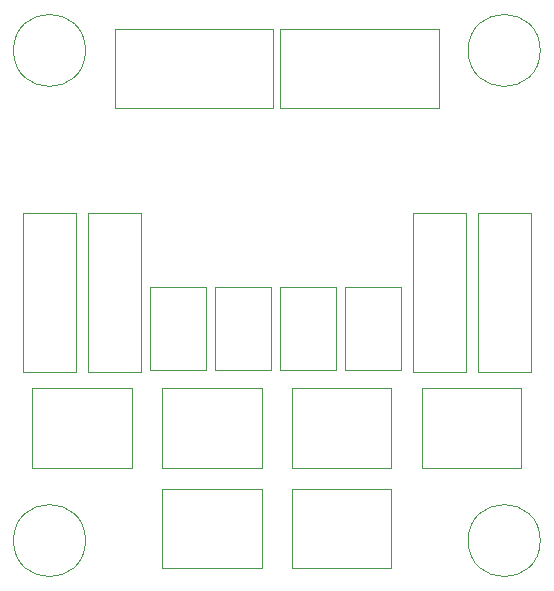
<source format=gbr>
G04 #@! TF.GenerationSoftware,KiCad,Pcbnew,(5.1.7)-1*
G04 #@! TF.CreationDate,2020-12-19T16:20:36+02:00*
G04 #@! TF.ProjectId,4_switch_array,345f7377-6974-4636-985f-61727261792e,rev?*
G04 #@! TF.SameCoordinates,Original*
G04 #@! TF.FileFunction,Other,User*
%FSLAX46Y46*%
G04 Gerber Fmt 4.6, Leading zero omitted, Abs format (unit mm)*
G04 Created by KiCad (PCBNEW (5.1.7)-1) date 2020-12-19 16:20:36*
%MOMM*%
%LPD*%
G01*
G04 APERTURE LIST*
%ADD10C,0.050000*%
G04 APERTURE END LIST*
D10*
X148050000Y-80850000D02*
X156450000Y-80850000D01*
X148050000Y-74100000D02*
X148050000Y-80850000D01*
X156450000Y-74100000D02*
X148050000Y-74100000D01*
X156450000Y-80850000D02*
X156450000Y-74100000D01*
X159050000Y-72350000D02*
X167450000Y-72350000D01*
X159050000Y-65600000D02*
X159050000Y-72350000D01*
X167450000Y-65600000D02*
X159050000Y-65600000D01*
X167450000Y-72350000D02*
X167450000Y-65600000D01*
X169050000Y-37000000D02*
G75*
G03*
X169050000Y-37000000I-3050000J0D01*
G01*
X169050000Y-78500000D02*
G75*
G03*
X169050000Y-78500000I-3050000J0D01*
G01*
X130550000Y-78500000D02*
G75*
G03*
X130550000Y-78500000I-3050000J0D01*
G01*
X130550000Y-37000000D02*
G75*
G03*
X130550000Y-37000000I-3050000J0D01*
G01*
X129750000Y-64250000D02*
X129750000Y-50750000D01*
X125250000Y-64250000D02*
X129750000Y-64250000D01*
X125250000Y-50750000D02*
X125250000Y-64250000D01*
X129750000Y-50750000D02*
X125250000Y-50750000D01*
X162750000Y-64250000D02*
X162750000Y-50750000D01*
X158250000Y-64250000D02*
X162750000Y-64250000D01*
X158250000Y-50750000D02*
X158250000Y-64250000D01*
X162750000Y-50750000D02*
X158250000Y-50750000D01*
X135250000Y-64250000D02*
X135250000Y-50750000D01*
X130750000Y-64250000D02*
X135250000Y-64250000D01*
X130750000Y-50750000D02*
X130750000Y-64250000D01*
X135250000Y-50750000D02*
X130750000Y-50750000D01*
X168250000Y-64250000D02*
X168250000Y-50750000D01*
X163750000Y-64250000D02*
X168250000Y-64250000D01*
X163750000Y-50750000D02*
X163750000Y-64250000D01*
X168250000Y-50750000D02*
X163750000Y-50750000D01*
X141490000Y-64090000D02*
X141490000Y-56990000D01*
X141490000Y-64090000D02*
X146230000Y-64090000D01*
X146230000Y-56990000D02*
X141490000Y-56990000D01*
X146230000Y-56990000D02*
X146230000Y-64090000D01*
X152490000Y-64090000D02*
X152490000Y-56990000D01*
X152490000Y-64090000D02*
X157230000Y-64090000D01*
X157230000Y-56990000D02*
X152490000Y-56990000D01*
X157230000Y-56990000D02*
X157230000Y-64090000D01*
X135990000Y-64090000D02*
X135990000Y-56990000D01*
X135990000Y-64090000D02*
X140730000Y-64090000D01*
X140730000Y-56990000D02*
X135990000Y-56990000D01*
X140730000Y-56990000D02*
X140730000Y-64090000D01*
X146990000Y-64090000D02*
X146990000Y-56990000D01*
X146990000Y-64090000D02*
X151730000Y-64090000D01*
X151730000Y-56990000D02*
X146990000Y-56990000D01*
X151730000Y-56990000D02*
X151730000Y-64090000D01*
X145450000Y-80850000D02*
X145450000Y-74100000D01*
X145450000Y-74100000D02*
X137050000Y-74100000D01*
X137050000Y-74100000D02*
X137050000Y-80850000D01*
X137050000Y-80850000D02*
X145450000Y-80850000D01*
X137050000Y-72350000D02*
X145450000Y-72350000D01*
X137050000Y-65600000D02*
X137050000Y-72350000D01*
X145450000Y-65600000D02*
X137050000Y-65600000D01*
X145450000Y-72350000D02*
X145450000Y-65600000D01*
X148050000Y-72350000D02*
X156450000Y-72350000D01*
X148050000Y-65600000D02*
X148050000Y-72350000D01*
X156450000Y-65600000D02*
X148050000Y-65600000D01*
X156450000Y-72350000D02*
X156450000Y-65600000D01*
X126050000Y-72350000D02*
X134450000Y-72350000D01*
X126050000Y-65600000D02*
X126050000Y-72350000D01*
X134450000Y-65600000D02*
X126050000Y-65600000D01*
X134450000Y-72350000D02*
X134450000Y-65600000D01*
X147050000Y-35150000D02*
X147050000Y-41900000D01*
X147050000Y-41900000D02*
X160450000Y-41900000D01*
X160450000Y-41900000D02*
X160450000Y-35150000D01*
X160450000Y-35150000D02*
X147050000Y-35150000D01*
X133050000Y-35150000D02*
X133050000Y-41900000D01*
X133050000Y-41900000D02*
X146450000Y-41900000D01*
X146450000Y-41900000D02*
X146450000Y-35150000D01*
X146450000Y-35150000D02*
X133050000Y-35150000D01*
M02*

</source>
